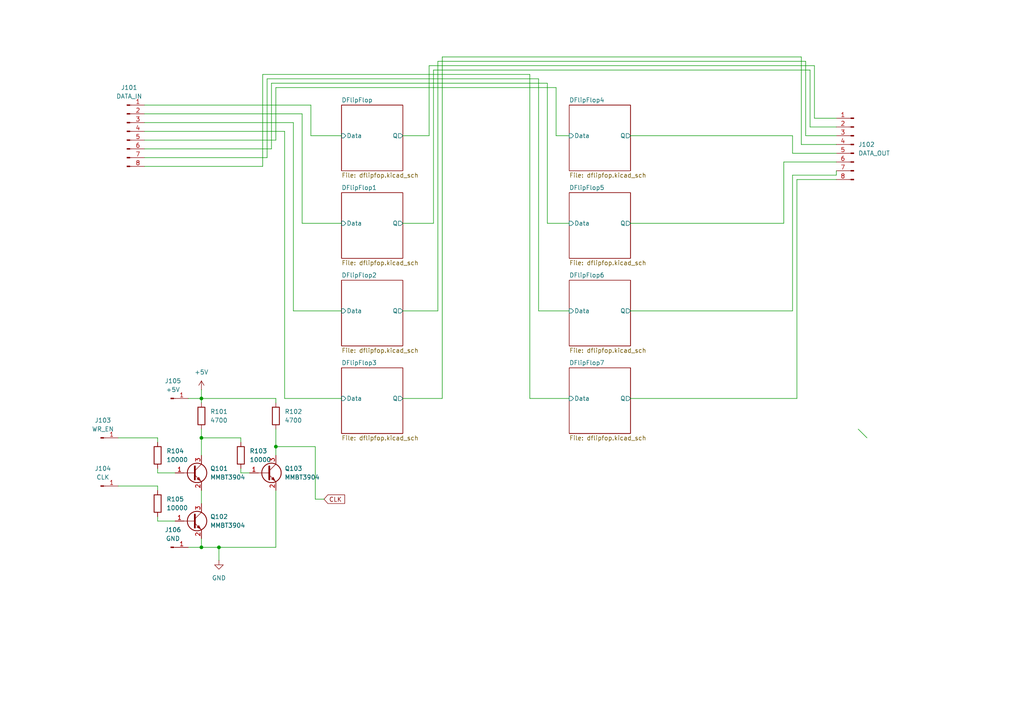
<source format=kicad_sch>
(kicad_sch (version 20250114) (generator "eeschema") (generator_version "9.0")
  (paper "A4")
  (lib_symbols
    (symbol "Connector:Conn_01x01_Pin" (pin_names (offset 1.016) (hide yes))
      (property "Reference" "J" (at 0 2.54 0))
      (property "Value" "Conn_01x01_Pin" (at 0 -2.54 0))
      (symbol "Conn_01x01_Pin_1_1"
        (rectangle (start 0.8636 0.127) (end 0 -0.127) (stroke (width 0.1524)) (fill (type outline)))
        (polyline (pts (xy 1.27 0) (xy 0.8636 0)) (stroke (width 0.1524)))
        (pin passive line (at 5.08 0 180) (length 3.81) (name "Pin_1") (number "1"))
      )
    )
    (symbol "Connector:Conn_01x08_Pin" (pin_names (offset 1.016) (hide yes))
      (property "Reference" "J" (at 0 10.16 0))
      (property "Value" "Conn_01x08_Pin" (at 0 -12.7 0))
      (symbol "Conn_01x08_Pin_1_1"
        (rectangle (start 0.8636 7.747) (end 0 7.493) (stroke (width 0.1524)) (fill (type outline)))
        (rectangle (start 0.8636 5.207) (end 0 4.953) (stroke (width 0.1524)) (fill (type outline)))
        (rectangle (start 0.8636 2.667) (end 0 2.413) (stroke (width 0.1524)) (fill (type outline)))
        (rectangle (start 0.8636 0.127) (end 0 -0.127) (stroke (width 0.1524)) (fill (type outline)))
        (rectangle (start 0.8636 -2.413) (end 0 -2.667) (stroke (width 0.1524)) (fill (type outline)))
        (rectangle (start 0.8636 -4.953) (end 0 -5.207) (stroke (width 0.1524)) (fill (type outline)))
        (rectangle (start 0.8636 -7.493) (end 0 -7.747) (stroke (width 0.1524)) (fill (type outline)))
        (rectangle (start 0.8636 -10.033) (end 0 -10.287) (stroke (width 0.1524)) (fill (type outline)))
        (polyline (pts (xy 1.27 7.62) (xy 0.8636 7.62)) (stroke (width 0.1524)))
        (polyline (pts (xy 1.27 5.08) (xy 0.8636 5.08)) (stroke (width 0.1524)))
        (polyline (pts (xy 1.27 2.54) (xy 0.8636 2.54)) (stroke (width 0.1524)))
        (polyline (pts (xy 1.27 0) (xy 0.8636 0)) (stroke (width 0.1524)))
        (polyline (pts (xy 1.27 -2.54) (xy 0.8636 -2.54)) (stroke (width 0.1524)))
        (polyline (pts (xy 1.27 -5.08) (xy 0.8636 -5.08)) (stroke (width 0.1524)))
        (polyline (pts (xy 1.27 -7.62) (xy 0.8636 -7.62)) (stroke (width 0.1524)))
        (polyline (pts (xy 1.27 -10.16) (xy 0.8636 -10.16)) (stroke (width 0.1524)))
        (pin passive line (at 5.08 7.62 180) (length 3.81) (name "Pin_1") (number "1"))
        (pin passive line (at 5.08 5.08 180) (length 3.81) (name "Pin_2") (number "2"))
        (pin passive line (at 5.08 2.54 180) (length 3.81) (name "Pin_3") (number "3"))
        (pin passive line (at 5.08 0 180) (length 3.81) (name "Pin_4") (number "4"))
        (pin passive line (at 5.08 -2.54 180) (length 3.81) (name "Pin_5") (number "5"))
        (pin passive line (at 5.08 -5.08 180) (length 3.81) (name "Pin_6") (number "6"))
        (pin passive line (at 5.08 -7.62 180) (length 3.81) (name "Pin_7") (number "7"))
        (pin passive line (at 5.08 -10.16 180) (length 3.81) (name "Pin_8") (number "8"))
      )
    )
    (symbol "Device:R" (pin_numbers (hide yes)) (pin_names (offset 0))
      (property "Reference" "R" (at 2.032 0 90))
      (property "Value" "R" (at 0 0 90))
      (symbol "R_0_1"
        (rectangle (start -1.016 -2.54) (end 1.016 2.54) (stroke (width 0.254)))
      )
      (symbol "R_1_1"
        (pin passive line (at 0 3.81 270) (length 1.27) (name "~") (number "1"))
        (pin passive line (at 0 -3.81 90) (length 1.27) (name "~") (number "2"))
      )
    )
    (symbol "Transistor_BJT:MMBT3904" (pin_names (offset 0) (hide yes))
      (property "Reference" "Q" (at 5.08 1.905 0))
      (property "Value" "MMBT3904" (at 5.08 0 0))
      (symbol "MMBT3904_0_1"
        (polyline (pts (xy -2.54 0) (xy 0.635 0)))
        (polyline (pts (xy 0.635 1.905) (xy 0.635 -1.905)) (stroke (width 0.508)))
        (circle (center 1.27 0) (radius 2.8194) (stroke (width 0.254)))
      )
      (symbol "MMBT3904_1_1"
        (polyline (pts (xy 0.635 0.635) (xy 2.54 2.54)))
        (polyline (pts (xy 0.635 -0.635) (xy 2.54 -2.54)))
        (polyline (pts (xy 1.27 -1.778) (xy 1.778 -1.27) (xy 2.286 -2.286) (xy 1.27 -1.778)) (fill (type outline)))
        (pin input line (at -5.08 0 0) (length 2.54) (name "B") (number "1"))
        (pin passive line (at 2.54 5.08 270) (length 2.54) (name "C") (number "3"))
        (pin passive line (at 2.54 -5.08 90) (length 2.54) (name "E") (number "2"))
      )
    )
    (symbol "power:+5V" (power) (pin_numbers (hide yes)) (pin_names (offset 0) (hide yes))
      (property "Value" "+5V" (at 0 3.556 0))
      (symbol "+5V_0_1"
        (polyline (pts (xy -0.762 1.27) (xy 0 2.54)))
        (polyline (pts (xy 0 2.54) (xy 0.762 1.27)))
        (polyline (pts (xy 0 0) (xy 0 2.54)))
      )
      (symbol "+5V_1_1"
        (pin power_in line (at 0 0 90) (length 0) (name "~") (number "1"))
      )
    )
    (symbol "power:GND" (power) (pin_numbers (hide yes)) (pin_names (offset 0) (hide yes))
      (property "Value" "GND" (at 0 -3.81 0))
      (symbol "GND_0_1"
        (polyline (pts (xy 0 0) (xy 0 -1.27) (xy 1.27 -1.27) (xy 0 -2.54) (xy -1.27 -1.27) (xy 0 -1.27)))
      )
      (symbol "GND_1_1"
        (pin power_in line (at 0 0 270) (length 0) (name "~") (number "1"))
      )
    )
  )
  (junction (at 63.5 158.75))
  (junction (at 58.42 127))
  (junction (at 80.01 129.54))
  (junction (at 58.42 115.57))
  (junction (at 58.42 158.75))
  (bus_entry (at 248.92 124.46) (size 2.54 2.54))
  (wire (pts (xy 231.14 52.07) (xy 231.14 115.57)))
  (wire (pts (xy 116.84 64.77) (xy 125.73 64.77)))
  (wire (pts (xy 124.46 19.05) (xy 236.22 19.05)))
  (wire (pts (xy 233.68 17.78) (xy 233.68 39.37)))
  (wire (pts (xy 234.95 36.83) (xy 242.57 36.83)))
  (wire (pts (xy 82.55 38.1) (xy 41.91 38.1)))
  (wire (pts (xy 45.72 140.97) (xy 45.72 142.24)))
  (wire (pts (xy 80.01 40.64) (xy 80.01 25.4)))
  (wire (pts (xy 127 17.78) (xy 233.68 17.78)))
  (wire (pts (xy 229.87 50.8) (xy 242.57 50.8)))
  (wire (pts (xy 182.88 90.17) (xy 229.87 90.17)))
  (wire (pts (xy 161.29 39.37) (xy 165.1 39.37)))
  (wire (pts (xy 76.2 48.26) (xy 76.2 21.59)))
  (wire (pts (xy 232.41 41.91) (xy 242.57 41.91)))
  (wire (pts (xy 156.21 22.86) (xy 156.21 90.17)))
  (wire (pts (xy 242.57 52.07) (xy 231.14 52.07)))
  (wire (pts (xy 229.87 39.37) (xy 229.87 44.45)))
  (wire (pts (xy 45.72 151.13) (xy 50.8 151.13)))
  (wire (pts (xy 158.75 64.77) (xy 165.1 64.77)))
  (wire (pts (xy 80.01 25.4) (xy 161.29 25.4)))
  (wire (pts (xy 69.85 135.89) (xy 69.85 137.16)))
  (wire (pts (xy 45.72 149.86) (xy 45.72 151.13)))
  (wire (pts (xy 116.84 39.37) (xy 124.46 39.37)))
  (wire (pts (xy 45.72 128.27) (xy 45.72 127)))
  (wire (pts (xy 85.09 35.56) (xy 85.09 90.17)))
  (wire (pts (xy 229.87 44.45) (xy 242.57 44.45)))
  (wire (pts (xy 80.01 116.84) (xy 80.01 115.57)))
  (wire (pts (xy 236.22 19.05) (xy 236.22 34.29)))
  (wire (pts (xy 41.91 40.64) (xy 80.01 40.64)))
  (wire (pts (xy 161.29 25.4) (xy 161.29 39.37)))
  (wire (pts (xy 76.2 21.59) (xy 153.67 21.59)))
  (wire (pts (xy 82.55 115.57) (xy 82.55 38.1)))
  (wire (pts (xy 77.47 22.86) (xy 156.21 22.86)))
  (wire (pts (xy 158.75 24.13) (xy 158.75 64.77)))
  (wire (pts (xy 54.61 115.57) (xy 58.42 115.57)))
  (wire (pts (xy 229.87 90.17) (xy 229.87 50.8)))
  (wire (pts (xy 34.29 127) (xy 45.72 127)))
  (wire (pts (xy 125.73 20.32) (xy 234.95 20.32)))
  (wire (pts (xy 116.84 115.57) (xy 128.27 115.57)))
  (wire (pts (xy 90.17 39.37) (xy 99.06 39.37)))
  (wire (pts (xy 54.61 158.75) (xy 58.42 158.75)))
  (wire (pts (xy 128.27 16.51) (xy 232.41 16.51)))
  (wire (pts (xy 99.06 64.77) (xy 87.63 64.77)))
  (wire (pts (xy 127 90.17) (xy 127 17.78)))
  (wire (pts (xy 69.85 137.16) (xy 72.39 137.16)))
  (wire (pts (xy 63.5 162.56) (xy 63.5 158.75)))
  (wire (pts (xy 41.91 45.72) (xy 77.47 45.72)))
  (wire (pts (xy 45.72 137.16) (xy 50.8 137.16)))
  (wire (pts (xy 99.06 115.57) (xy 82.55 115.57)))
  (wire (pts (xy 125.73 64.77) (xy 125.73 20.32)))
  (wire (pts (xy 242.57 50.8) (xy 242.57 49.53)))
  (wire (pts (xy 182.88 39.37) (xy 229.87 39.37)))
  (wire (pts (xy 87.63 64.77) (xy 87.63 33.02)))
  (wire (pts (xy 182.88 64.77) (xy 227.33 64.77)))
  (wire (pts (xy 34.29 140.97) (xy 45.72 140.97)))
  (wire (pts (xy 227.33 46.99) (xy 242.57 46.99)))
  (wire (pts (xy 58.42 113.03) (xy 58.42 115.57)))
  (wire (pts (xy 77.47 45.72) (xy 77.47 22.86)))
  (wire (pts (xy 85.09 90.17) (xy 99.06 90.17)))
  (wire (pts (xy 58.42 156.21) (xy 58.42 158.75)))
  (wire (pts (xy 58.42 115.57) (xy 80.01 115.57)))
  (wire (pts (xy 41.91 30.48) (xy 90.17 30.48)))
  (wire (pts (xy 63.5 158.75) (xy 80.01 158.75)))
  (wire (pts (xy 156.21 90.17) (xy 165.1 90.17)))
  (wire (pts (xy 128.27 115.57) (xy 128.27 16.51)))
  (wire (pts (xy 234.95 20.32) (xy 234.95 36.83)))
  (wire (pts (xy 45.72 135.89) (xy 45.72 137.16)))
  (wire (pts (xy 90.17 30.48) (xy 90.17 39.37)))
  (wire (pts (xy 124.46 39.37) (xy 124.46 19.05)))
  (wire (pts (xy 58.42 127) (xy 58.42 132.08)))
  (wire (pts (xy 93.98 144.78) (xy 91.44 144.78)))
  (wire (pts (xy 41.91 35.56) (xy 85.09 35.56)))
  (wire (pts (xy 78.74 24.13) (xy 158.75 24.13)))
  (wire (pts (xy 80.01 129.54) (xy 80.01 132.08)))
  (wire (pts (xy 41.91 43.18) (xy 78.74 43.18)))
  (wire (pts (xy 153.67 21.59) (xy 153.67 115.57)))
  (wire (pts (xy 41.91 48.26) (xy 76.2 48.26)))
  (wire (pts (xy 58.42 158.75) (xy 63.5 158.75)))
  (wire (pts (xy 116.84 90.17) (xy 127 90.17)))
  (wire (pts (xy 232.41 16.51) (xy 232.41 41.91)))
  (wire (pts (xy 87.63 33.02) (xy 41.91 33.02)))
  (wire (pts (xy 58.42 124.46) (xy 58.42 127)))
  (wire (pts (xy 69.85 128.27) (xy 69.85 127)))
  (wire (pts (xy 231.14 115.57) (xy 182.88 115.57)))
  (wire (pts (xy 58.42 142.24) (xy 58.42 146.05)))
  (wire (pts (xy 236.22 34.29) (xy 242.57 34.29)))
  (wire (pts (xy 153.67 115.57) (xy 165.1 115.57)))
  (wire (pts (xy 233.68 39.37) (xy 242.57 39.37)))
  (wire (pts (xy 91.44 144.78) (xy 91.44 129.54)))
  (wire (pts (xy 227.33 64.77) (xy 227.33 46.99)))
  (wire (pts (xy 78.74 43.18) (xy 78.74 24.13)))
  (wire (pts (xy 80.01 124.46) (xy 80.01 129.54)))
  (wire (pts (xy 80.01 158.75) (xy 80.01 142.24)))
  (wire (pts (xy 58.42 127) (xy 69.85 127)))
  (wire (pts (xy 58.42 115.57) (xy 58.42 116.84)))
  (wire (pts (xy 91.44 129.54) (xy 80.01 129.54)))
  (global_label "CLK" (shape input) (at 93.98 144.78 0) (property "Intersheetrefs" "${INTERSHEET_REFS}" (effects (hide yes))))
  (symbol (lib_id "Connector:Conn_01x01_Pin") (at 49.53 158.75 0) (unit 1)
    (property "Reference" "J106" (at 50.165 153.67 0))
    (property "Value" "GND" (at 50.165 156.21 0))
    (property "Footprint" "Connector_PinHeader_2.54mm:PinHeader_1x01_P2.54mm_Vertical" (effects (hide yes)))
    (property "Description" "Generic connector, single row, 01x01, script generated" (effects (hide yes)))
  )
  (symbol (lib_id "Device:R") (at 80.01 120.65 0) (unit 1)
    (property "Reference" "R102" (at 82.55 119.3799 0) (effects (justify left)))
    (property "Value" "4700" (at 82.55 121.9199 0) (effects (justify left)))
    (property "Footprint" "Resistor_SMD:R_0805_2012Metric" (effects (hide yes)))
    (property "Description" "Resistor" (effects (hide yes)))
  )
  (symbol (lib_id "Device:R") (at 45.72 146.05 0) (unit 1)
    (property "Reference" "R105" (at 48.26 144.7799 0) (effects (justify left)))
    (property "Value" "10000" (at 48.26 147.3199 0) (effects (justify left)))
    (property "Footprint" "Resistor_SMD:R_0805_2012Metric" (effects (hide yes)))
    (property "Description" "Resistor" (effects (hide yes)))
  )
  (symbol (lib_id "Device:R") (at 45.72 132.08 0) (unit 1)
    (property "Reference" "R104" (at 48.26 130.8099 0) (effects (justify left)))
    (property "Value" "10000" (at 48.26 133.3499 0) (effects (justify left)))
    (property "Footprint" "Resistor_SMD:R_0805_2012Metric" (effects (hide yes)))
    (property "Description" "Resistor" (effects (hide yes)))
  )
  (symbol (lib_id "Connector:Conn_01x08_Pin") (at 36.83 38.1 0) (unit 1)
    (property "Reference" "J101" (at 37.465 25.4 0))
    (property "Value" "DATA_IN" (at 37.465 27.94 0))
    (property "Footprint" "Connector_PinHeader_2.54mm:PinHeader_1x08_P2.54mm_Vertical" (effects (hide yes)))
    (property "Description" "Generic connector, single row, 01x08, script generated" (effects (hide yes)))
  )
  (symbol (lib_id "power:GND") (at 63.5 162.56 0) (unit 1)
    (property "Reference" "#PWR0102" (effects (hide yes)))
    (property "Value" "GND" (at 63.5 167.64 0))
    (property "Description" "Power symbol creates a global label with name \"GND\" , ground" (effects (hide yes)))
  )
  (symbol (lib_id "Device:R") (at 58.42 120.65 0) (unit 1)
    (property "Reference" "R101" (at 60.96 119.3799 0) (effects (justify left)))
    (property "Value" "4700" (at 60.96 121.9199 0) (effects (justify left)))
    (property "Footprint" "Resistor_SMD:R_0805_2012Metric" (effects (hide yes)))
    (property "Description" "Resistor" (effects (hide yes)))
  )
  (symbol (lib_id "Transistor_BJT:MMBT3904") (at 77.47 137.16 0) (unit 1)
    (property "Reference" "Q103" (at 82.55 135.8899 0) (effects (justify left)))
    (property "Value" "MMBT3904" (at 82.55 138.4299 0) (effects (justify left)))
    (property "Footprint" "Package_TO_SOT_SMD:SOT-23" (effects (hide yes)))
    (property "Datasheet" "https://www.onsemi.com/pdf/datasheet/pzt3904-d.pdf" (effects (hide yes)))
    (property "Description" "0.2A Ic, 40V Vce, Small Signal NPN Transistor, SOT-23" (effects (hide yes)))
    (property "Sim.Device" "NPN" (effects (hide yes)))
    (property "Sim.Pins" "1=B 2=E 3=C" (effects (hide yes)))
  )
  (symbol (lib_id "Connector:Conn_01x01_Pin") (at 29.21 127 0) (unit 1)
    (property "Reference" "J103" (at 29.845 121.92 0))
    (property "Value" "WR_EN" (at 29.845 124.46 0))
    (property "Footprint" "Connector_PinHeader_2.54mm:PinHeader_1x01_P2.54mm_Vertical" (effects (hide yes)))
    (property "Description" "Generic connector, single row, 01x01, script generated" (effects (hide yes)))
  )
  (symbol (lib_id "Transistor_BJT:MMBT3904") (at 55.88 151.13 0) (unit 1)
    (property "Reference" "Q102" (at 60.96 149.8599 0) (effects (justify left)))
    (property "Value" "MMBT3904" (at 60.96 152.3999 0) (effects (justify left)))
    (property "Footprint" "Package_TO_SOT_SMD:SOT-23" (effects (hide yes)))
    (property "Datasheet" "https://www.onsemi.com/pdf/datasheet/pzt3904-d.pdf" (effects (hide yes)))
    (property "Description" "0.2A Ic, 40V Vce, Small Signal NPN Transistor, SOT-23" (effects (hide yes)))
    (property "Sim.Device" "NPN" (effects (hide yes)))
    (property "Sim.Pins" "1=B 2=E 3=C" (effects (hide yes)))
  )
  (symbol (lib_id "Transistor_BJT:MMBT3904") (at 55.88 137.16 0) (unit 1)
    (property "Reference" "Q101" (at 60.96 135.8899 0) (effects (justify left)))
    (property "Value" "MMBT3904" (at 60.96 138.4299 0) (effects (justify left)))
    (property "Footprint" "Package_TO_SOT_SMD:SOT-23" (effects (hide yes)))
    (property "Datasheet" "https://www.onsemi.com/pdf/datasheet/pzt3904-d.pdf" (effects (hide yes)))
    (property "Description" "0.2A Ic, 40V Vce, Small Signal NPN Transistor, SOT-23" (effects (hide yes)))
    (property "Sim.Device" "NPN" (effects (hide yes)))
    (property "Sim.Pins" "1=B 2=E 3=C" (effects (hide yes)))
  )
  (symbol (lib_id "power:+5V") (at 58.42 113.03 0) (unit 1)
    (property "Reference" "#PWR0101" (effects (hide yes)))
    (property "Value" "+5V" (at 58.42 107.95 0))
    (property "Description" "Power symbol creates a global label with name \"+5V\"" (effects (hide yes)))
  )
  (symbol (lib_id "Connector:Conn_01x08_Pin") (at 247.65 41.91 0) (mirror y) (unit 1)
    (property "Reference" "J102" (at 248.92 41.9099 0) (effects (justify right)))
    (property "Value" "DATA_OUT" (at 248.92 44.4499 0) (effects (justify right)))
    (property "Footprint" "Connector_PinHeader_2.54mm:PinHeader_1x08_P2.54mm_Vertical" (effects (hide yes)))
    (property "Description" "Generic connector, single row, 01x08, script generated" (effects (hide yes)))
  )
  (symbol (lib_id "Connector:Conn_01x01_Pin") (at 29.21 140.97 0) (unit 1)
    (property "Reference" "J104" (at 29.845 135.89 0))
    (property "Value" "CLK" (at 29.845 138.43 0))
    (property "Footprint" "Connector_PinHeader_2.54mm:PinHeader_1x01_P2.54mm_Vertical" (effects (hide yes)))
    (property "Description" "Generic connector, single row, 01x01, script generated" (effects (hide yes)))
  )
  (symbol (lib_id "Device:R") (at 69.85 132.08 0) (unit 1)
    (property "Reference" "R103" (at 72.39 130.8099 0) (effects (justify left)))
    (property "Value" "10000" (at 72.39 133.3499 0) (effects (justify left)))
    (property "Footprint" "Resistor_SMD:R_0805_2012Metric" (effects (hide yes)))
    (property "Description" "Resistor" (effects (hide yes)))
  )
  (symbol (lib_id "Connector:Conn_01x01_Pin") (at 49.53 115.57 0) (unit 1)
    (property "Reference" "J105" (at 50.165 110.49 0))
    (property "Value" "+5V" (at 50.165 113.03 0))
    (property "Footprint" "Connector_PinHeader_2.54mm:PinHeader_1x01_P2.54mm_Vertical" (effects (hide yes)))
    (property "Description" "Generic connector, single row, 01x01, script generated" (effects (hide yes)))
  )
  (sheet (at 165.1 55.88) (size 17.78 19.05) (stroke (width 0.1524))
    (property "Sheetname" "DFlipFlop5" (at 165.1 55.1684 0) (effects (justify left bottom)))
    (property "Sheetfile" "dflipfop.kicad_sch" (at 165.1 75.5146 0) (effects (justify left top)))
    (pin "Data" input (at 165.1 64.77 180))
    (pin "Q" output (at 182.88 64.77 0))
  )
  (sheet (at 165.1 30.48) (size 17.78 19.05) (stroke (width 0.1524))
    (property "Sheetname" "DFlipFlop4" (at 165.1 29.7684 0) (effects (justify left bottom)))
    (property "Sheetfile" "dflipfop.kicad_sch" (at 165.1 50.1146 0) (effects (justify left top)))
    (pin "Data" input (at 165.1 39.37 180))
    (pin "Q" output (at 182.88 39.37 0))
  )
  (sheet (at 165.1 81.28) (size 17.78 19.05) (stroke (width 0.1524))
    (property "Sheetname" "DFlipFlop6" (at 165.1 80.5684 0) (effects (justify left bottom)))
    (property "Sheetfile" "dflipfop.kicad_sch" (at 165.1 100.9146 0) (effects (justify left top)))
    (pin "Data" input (at 165.1 90.17 180))
    (pin "Q" output (at 182.88 90.17 0))
  )
  (sheet (at 99.06 106.68) (size 17.78 19.05) (stroke (width 0.1524))
    (property "Sheetname" "DFlipFlop3" (at 99.06 105.9684 0) (effects (justify left bottom)))
    (property "Sheetfile" "dflipfop.kicad_sch" (at 99.06 126.3146 0) (effects (justify left top)))
    (pin "Data" input (at 99.06 115.57 180))
    (pin "Q" output (at 116.84 115.57 0))
  )
  (sheet (at 165.1 106.68) (size 17.78 19.05) (stroke (width 0.1524))
    (property "Sheetname" "DFlipFlop7" (at 165.1 105.9684 0) (effects (justify left bottom)))
    (property "Sheetfile" "dflipfop.kicad_sch" (at 165.1 126.3146 0) (effects (justify left top)))
    (pin "Data" input (at 165.1 115.57 180))
    (pin "Q" output (at 182.88 115.57 0))
  )
  (sheet (at 99.06 55.88) (size 17.78 19.05) (stroke (width 0.1524))
    (property "Sheetname" "DFlipFlop1" (at 99.06 55.1684 0) (effects (justify left bottom)))
    (property "Sheetfile" "dflipfop.kicad_sch" (at 99.06 75.5146 0) (effects (justify left top)))
    (pin "Data" input (at 99.06 64.77 180))
    (pin "Q" output (at 116.84 64.77 0))
  )
  (sheet (at 99.06 81.28) (size 17.78 19.05) (stroke (width 0.1524))
    (property "Sheetname" "DFlipFlop2" (at 99.06 80.5684 0) (effects (justify left bottom)))
    (property "Sheetfile" "dflipfop.kicad_sch" (at 99.06 100.9146 0) (effects (justify left top)))
    (pin "Data" input (at 99.06 90.17 180))
    (pin "Q" output (at 116.84 90.17 0))
  )
  (sheet (at 99.06 30.48) (size 17.78 19.05) (stroke (width 0.1524))
    (property "Sheetname" "DFlipFlop" (at 99.06 29.7684 0) (effects (justify left bottom)))
    (property "Sheetfile" "dflipfop.kicad_sch" (at 99.06 50.1146 0) (effects (justify left top)))
    (pin "Data" input (at 99.06 39.37 180))
    (pin "Q" output (at 116.84 39.37 0))
  )
)
</source>
